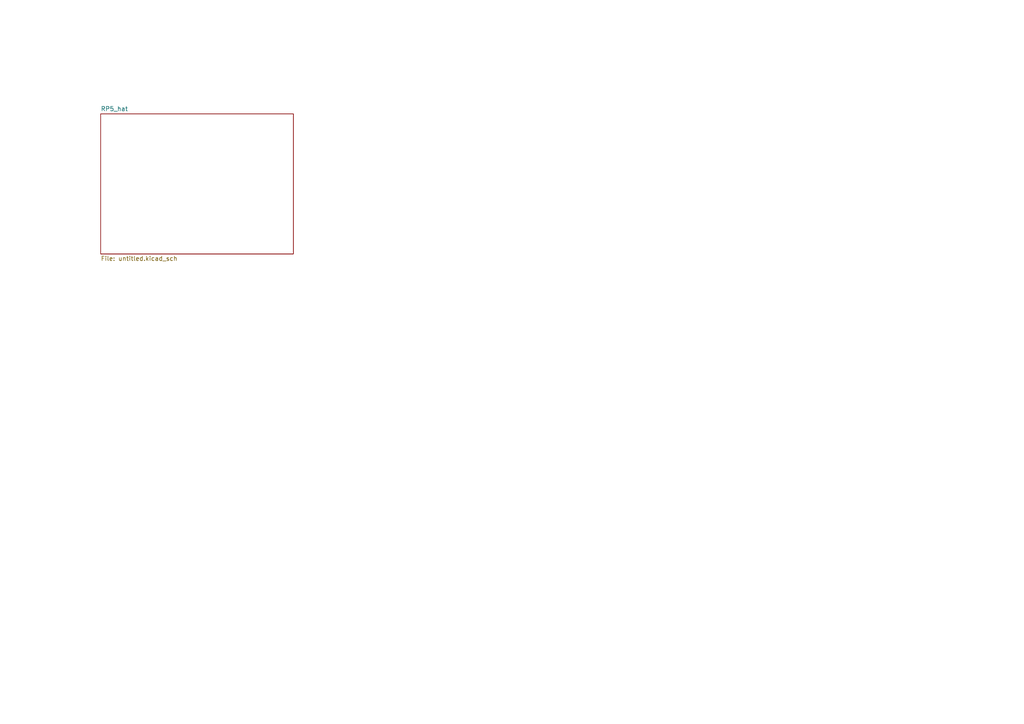
<source format=kicad_sch>
(kicad_sch
	(version 20250114)
	(generator "eeschema")
	(generator_version "9.0")
	(uuid "c9eca44a-e903-4ad0-b18e-f6c20ac6f42d")
	(paper "A4")
	(lib_symbols)
	(sheet
		(at 29.21 33.02)
		(size 55.88 40.64)
		(exclude_from_sim no)
		(in_bom yes)
		(on_board yes)
		(dnp no)
		(fields_autoplaced yes)
		(stroke
			(width 0.1524)
			(type solid)
		)
		(fill
			(color 0 0 0 0.0000)
		)
		(uuid "4f26ca9f-9b9c-440e-8d9f-7c7c47cdea38")
		(property "Sheetname" "RP5_hat"
			(at 29.21 32.3084 0)
			(effects
				(font
					(size 1.27 1.27)
				)
				(justify left bottom)
			)
		)
		(property "Sheetfile" "untitled.kicad_sch"
			(at 29.21 74.2446 0)
			(effects
				(font
					(size 1.27 1.27)
				)
				(justify left top)
			)
		)
		(instances
			(project "RP5_hat_v1.0"
				(path "/c9eca44a-e903-4ad0-b18e-f6c20ac6f42d"
					(page "2")
				)
			)
		)
	)
	(sheet_instances
		(path "/"
			(page "1")
		)
	)
	(embedded_fonts no)
)

</source>
